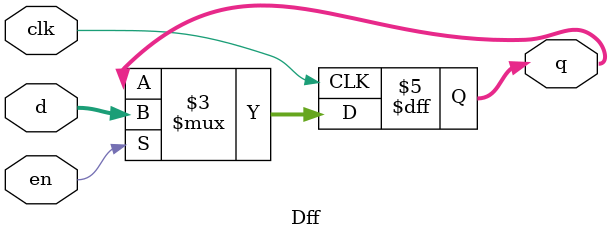
<source format=v>
`timescale 1ns / 1ps

/*
  The special design for PC
  Can not be removed!!!

 * Author:      wintermelon
 * Last edit:   2022.3.23
*/

module Dff 
#(
    parameter DATA_WIDTH = 32           // �����źſ���
)
(
    input [DATA_WIDTH-1 : 0] d,
    input  clk, en,
    output reg [DATA_WIDTH-1 : 0] q
);
    initial begin
        q <= 'h2ffc;
    end
    
    always @(posedge clk) begin 
        if (en) 
            q <= d;
    end
endmodule


</source>
